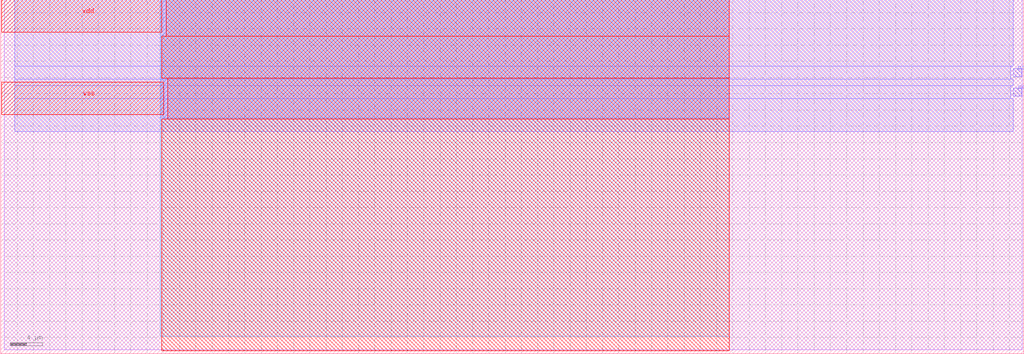
<source format=lef>
VERSION 5.7 ;
  NOWIREEXTENSIONATPIN ON ;
  DIVIDERCHAR "/" ;
  BUSBITCHARS "[]" ;
MACRO simple_por
  CLASS BLOCK ;
  FOREIGN simple_por ;
  ORIGIN 0.000 0.000 ;
  SIZE 125.780 BY 43.580 ;
  PIN vdd
    PORT
      LAYER Metal5 ;
        RECT 0.120 39.570 19.815 43.570 ;
    END
  END vdd
  PIN vss
    PORT
      LAYER Metal5 ;
        RECT 0.120 29.420 20.015 33.420 ;
    END
  END vss
  PIN porb
    PORT
      LAYER Metal2 ;
        RECT 124.450 31.710 125.545 32.710 ;
    END
  END porb
  PIN por
    PORT
      LAYER Metal2 ;
        RECT 124.445 34.085 125.540 35.085 ;
    END
  END por
  OBS
      LAYER Metal1 ;
        RECT 0.450 0.495 125.560 43.580 ;
      LAYER Metal2 ;
        RECT 1.715 35.385 124.450 43.570 ;
        RECT 1.715 33.785 124.145 35.385 ;
        RECT 1.715 33.010 124.450 33.785 ;
        RECT 1.715 31.410 124.150 33.010 ;
        RECT 1.715 27.365 124.450 31.410 ;
      LAYER Metal3 ;
        RECT 19.615 29.040 89.535 43.570 ;
      LAYER Metal4 ;
        RECT 19.615 2.135 89.535 43.570 ;
      LAYER Metal5 ;
        RECT 20.315 39.070 89.535 43.570 ;
        RECT 19.815 33.920 89.535 39.070 ;
        RECT 20.515 28.920 89.535 33.920 ;
        RECT 19.815 0.370 89.535 28.920 ;
  END
END simple_por
END LIBRARY


</source>
